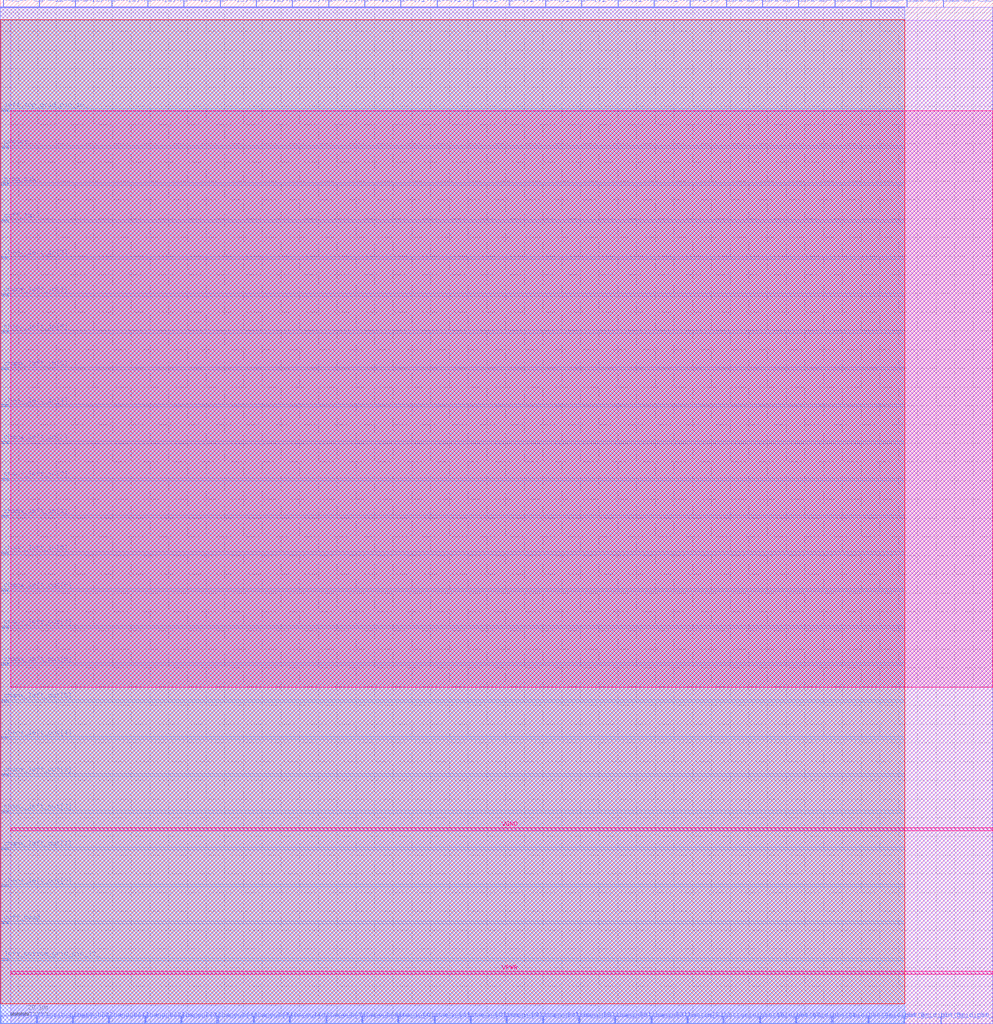
<source format=lef>
VERSION 5.7 ;
  NAMESCASESENSITIVE ON ;
  NOWIREEXTENSIONATPIN ON ;
  DIVIDERCHAR "/" ;
  BUSBITCHARS "[]" ;
UNITS
  DATABASE MICRONS 200 ;
END UNITS

MACRO sb_3__1_
  CLASS BLOCK ;
  FOREIGN sb_3__1_ ;
  ORIGIN 0.000 0.000 ;
  SIZE 530.570 BY 546.815 ;
  PIN left_bottom_grid_pin_12_
    DIRECTION INPUT ;
    PORT
      LAYER met3 ;
        RECT 0.000 34.040 4.000 34.640 ;
    END
  END left_bottom_grid_pin_12_
  PIN ccff_head
    DIRECTION INPUT ;
    PORT
      LAYER met3 ;
        RECT 0.000 53.760 4.000 54.360 ;
    END
  END ccff_head
  PIN chanx_left_out[0]
    DIRECTION OUTPUT TRISTATE ;
    PORT
      LAYER met3 ;
        RECT 0.000 73.480 4.000 74.080 ;
    END
  END chanx_left_out[0]
  PIN chanx_left_out[1]
    DIRECTION OUTPUT TRISTATE ;
    PORT
      LAYER met3 ;
        RECT 0.000 93.200 4.000 93.800 ;
    END
  END chanx_left_out[1]
  PIN chanx_left_out[2]
    DIRECTION OUTPUT TRISTATE ;
    PORT
      LAYER met3 ;
        RECT 0.000 112.920 4.000 113.520 ;
    END
  END chanx_left_out[2]
  PIN chanx_left_out[3]
    DIRECTION OUTPUT TRISTATE ;
    PORT
      LAYER met3 ;
        RECT 0.000 132.640 4.000 133.240 ;
    END
  END chanx_left_out[3]
  PIN chanx_left_out[4]
    DIRECTION OUTPUT TRISTATE ;
    PORT
      LAYER met3 ;
        RECT 0.000 152.360 4.000 152.960 ;
    END
  END chanx_left_out[4]
  PIN chanx_left_out[5]
    DIRECTION OUTPUT TRISTATE ;
    PORT
      LAYER met3 ;
        RECT 0.000 172.080 4.000 172.680 ;
    END
  END chanx_left_out[5]
  PIN chanx_left_out[6]
    DIRECTION OUTPUT TRISTATE ;
    PORT
      LAYER met3 ;
        RECT 0.000 191.800 4.000 192.400 ;
    END
  END chanx_left_out[6]
  PIN chanx_left_out[7]
    DIRECTION OUTPUT TRISTATE ;
    PORT
      LAYER met3 ;
        RECT 0.000 211.520 4.000 212.120 ;
    END
  END chanx_left_out[7]
  PIN chanx_left_out[8]
    DIRECTION OUTPUT TRISTATE ;
    PORT
      LAYER met3 ;
        RECT 0.000 231.240 4.000 231.840 ;
    END
  END chanx_left_out[8]
  PIN chanx_left_in[0]
    DIRECTION INPUT ;
    PORT
      LAYER met3 ;
        RECT 0.000 250.960 4.000 251.560 ;
    END
  END chanx_left_in[0]
  PIN chanx_left_in[1]
    DIRECTION INPUT ;
    PORT
      LAYER met3 ;
        RECT 0.000 270.680 4.000 271.280 ;
    END
  END chanx_left_in[1]
  PIN chanx_left_in[2]
    DIRECTION INPUT ;
    PORT
      LAYER met3 ;
        RECT 0.000 290.400 4.000 291.000 ;
    END
  END chanx_left_in[2]
  PIN chanx_left_in[3]
    DIRECTION INPUT ;
    PORT
      LAYER met3 ;
        RECT 0.000 310.120 4.000 310.720 ;
    END
  END chanx_left_in[3]
  PIN chanx_left_in[4]
    DIRECTION INPUT ;
    PORT
      LAYER met3 ;
        RECT 0.000 329.840 4.000 330.440 ;
    END
  END chanx_left_in[4]
  PIN chanx_left_in[5]
    DIRECTION INPUT ;
    PORT
      LAYER met3 ;
        RECT 0.000 349.560 4.000 350.160 ;
    END
  END chanx_left_in[5]
  PIN chanx_left_in[6]
    DIRECTION INPUT ;
    PORT
      LAYER met3 ;
        RECT 0.000 369.280 4.000 369.880 ;
    END
  END chanx_left_in[6]
  PIN chanx_left_in[7]
    DIRECTION INPUT ;
    PORT
      LAYER met3 ;
        RECT 0.000 389.000 4.000 389.600 ;
    END
  END chanx_left_in[7]
  PIN chanx_left_in[8]
    DIRECTION INPUT ;
    PORT
      LAYER met3 ;
        RECT 0.000 408.720 4.000 409.320 ;
    END
  END chanx_left_in[8]
  PIN ccff_tail
    DIRECTION OUTPUT TRISTATE ;
    PORT
      LAYER met3 ;
        RECT 0.000 428.440 4.000 429.040 ;
    END
  END ccff_tail
  PIN prog_clk
    DIRECTION INPUT ;
    PORT
      LAYER met3 ;
        RECT 0.000 448.160 4.000 448.760 ;
    END
  END prog_clk
  PIN pReset
    DIRECTION INPUT ;
    PORT
      LAYER met3 ;
        RECT 0.000 467.880 4.000 468.480 ;
    END
  END pReset
  PIN left_top_grid_pin_10_
    DIRECTION OUTPUT TRISTATE ;
    PORT
      LAYER met3 ;
        RECT 0.000 487.600 4.000 488.200 ;
    END
  END left_top_grid_pin_10_
  PIN top_left_grid_pin_13_
    DIRECTION INPUT ;
    PORT
      LAYER met2 ;
        RECT 1.470 542.815 1.750 546.815 ;
    END
  END top_left_grid_pin_13_
  PIN chany_top_out[0]
    DIRECTION OUTPUT TRISTATE ;
    PORT
      LAYER met2 ;
        RECT 20.790 542.815 21.070 546.815 ;
    END
  END chany_top_out[0]
  PIN chany_top_out[1]
    DIRECTION OUTPUT TRISTATE ;
    PORT
      LAYER met2 ;
        RECT 40.110 542.815 40.390 546.815 ;
    END
  END chany_top_out[1]
  PIN chany_top_out[2]
    DIRECTION OUTPUT TRISTATE ;
    PORT
      LAYER met2 ;
        RECT 59.430 542.815 59.710 546.815 ;
    END
  END chany_top_out[2]
  PIN chany_top_out[3]
    DIRECTION OUTPUT TRISTATE ;
    PORT
      LAYER met2 ;
        RECT 78.750 542.815 79.030 546.815 ;
    END
  END chany_top_out[3]
  PIN chany_top_out[4]
    DIRECTION OUTPUT TRISTATE ;
    PORT
      LAYER met2 ;
        RECT 98.070 542.815 98.350 546.815 ;
    END
  END chany_top_out[4]
  PIN chany_top_out[5]
    DIRECTION OUTPUT TRISTATE ;
    PORT
      LAYER met2 ;
        RECT 117.390 542.815 117.670 546.815 ;
    END
  END chany_top_out[5]
  PIN chany_top_out[6]
    DIRECTION OUTPUT TRISTATE ;
    PORT
      LAYER met2 ;
        RECT 136.710 542.815 136.990 546.815 ;
    END
  END chany_top_out[6]
  PIN chany_top_out[7]
    DIRECTION OUTPUT TRISTATE ;
    PORT
      LAYER met2 ;
        RECT 156.030 542.815 156.310 546.815 ;
    END
  END chany_top_out[7]
  PIN chany_top_out[8]
    DIRECTION OUTPUT TRISTATE ;
    PORT
      LAYER met2 ;
        RECT 175.350 542.815 175.630 546.815 ;
    END
  END chany_top_out[8]
  PIN chany_top_in[0]
    DIRECTION INPUT ;
    PORT
      LAYER met2 ;
        RECT 194.670 542.815 194.950 546.815 ;
    END
  END chany_top_in[0]
  PIN chany_top_in[1]
    DIRECTION INPUT ;
    PORT
      LAYER met2 ;
        RECT 213.990 542.815 214.270 546.815 ;
    END
  END chany_top_in[1]
  PIN chany_top_in[2]
    DIRECTION INPUT ;
    PORT
      LAYER met2 ;
        RECT 233.310 542.815 233.590 546.815 ;
    END
  END chany_top_in[2]
  PIN chany_top_in[3]
    DIRECTION INPUT ;
    PORT
      LAYER met2 ;
        RECT 252.630 542.815 252.910 546.815 ;
    END
  END chany_top_in[3]
  PIN chany_top_in[4]
    DIRECTION INPUT ;
    PORT
      LAYER met2 ;
        RECT 271.950 542.815 272.230 546.815 ;
    END
  END chany_top_in[4]
  PIN chany_top_in[5]
    DIRECTION INPUT ;
    PORT
      LAYER met2 ;
        RECT 291.270 542.815 291.550 546.815 ;
    END
  END chany_top_in[5]
  PIN chany_top_in[6]
    DIRECTION INPUT ;
    PORT
      LAYER met2 ;
        RECT 310.590 542.815 310.870 546.815 ;
    END
  END chany_top_in[6]
  PIN chany_top_in[7]
    DIRECTION INPUT ;
    PORT
      LAYER met2 ;
        RECT 329.910 542.815 330.190 546.815 ;
    END
  END chany_top_in[7]
  PIN chany_top_in[8]
    DIRECTION INPUT ;
    PORT
      LAYER met2 ;
        RECT 349.230 542.815 349.510 546.815 ;
    END
  END chany_top_in[8]
  PIN top_right_grid_pin_15_
    DIRECTION INPUT ;
    PORT
      LAYER met2 ;
        RECT 368.550 542.815 368.830 546.815 ;
    END
  END top_right_grid_pin_15_
  PIN top_right_grid_pin_13_
    DIRECTION INPUT ;
    PORT
      LAYER met2 ;
        RECT 387.870 542.815 388.150 546.815 ;
    END
  END top_right_grid_pin_13_
  PIN top_right_grid_pin_11_
    DIRECTION INPUT ;
    PORT
      LAYER met2 ;
        RECT 407.190 542.815 407.470 546.815 ;
    END
  END top_right_grid_pin_11_
  PIN top_right_grid_pin_9_
    DIRECTION INPUT ;
    PORT
      LAYER met2 ;
        RECT 426.510 542.815 426.790 546.815 ;
    END
  END top_right_grid_pin_9_
  PIN top_right_grid_pin_7_
    DIRECTION INPUT ;
    PORT
      LAYER met2 ;
        RECT 445.830 542.815 446.110 546.815 ;
    END
  END top_right_grid_pin_7_
  PIN top_right_grid_pin_5_
    DIRECTION INPUT ;
    PORT
      LAYER met2 ;
        RECT 465.150 542.815 465.430 546.815 ;
    END
  END top_right_grid_pin_5_
  PIN top_right_grid_pin_3_
    DIRECTION INPUT ;
    PORT
      LAYER met2 ;
        RECT 484.470 542.815 484.750 546.815 ;
    END
  END top_right_grid_pin_3_
  PIN top_right_grid_pin_1_
    DIRECTION INPUT ;
    PORT
      LAYER met2 ;
        RECT 503.790 542.815 504.070 546.815 ;
    END
  END top_right_grid_pin_1_
  PIN bottom_left_grid_pin_13_
    DIRECTION INPUT ;
    PORT
      LAYER met2 ;
        RECT 0.090 0.000 0.370 4.000 ;
    END
  END bottom_left_grid_pin_13_
  PIN chany_bottom_out[0]
    DIRECTION OUTPUT TRISTATE ;
    PORT
      LAYER met2 ;
        RECT 19.410 0.000 19.690 4.000 ;
    END
  END chany_bottom_out[0]
  PIN chany_bottom_out[1]
    DIRECTION OUTPUT TRISTATE ;
    PORT
      LAYER met2 ;
        RECT 38.730 0.000 39.010 4.000 ;
    END
  END chany_bottom_out[1]
  PIN chany_bottom_out[2]
    DIRECTION OUTPUT TRISTATE ;
    PORT
      LAYER met2 ;
        RECT 58.050 0.000 58.330 4.000 ;
    END
  END chany_bottom_out[2]
  PIN chany_bottom_out[3]
    DIRECTION OUTPUT TRISTATE ;
    PORT
      LAYER met2 ;
        RECT 77.370 0.000 77.650 4.000 ;
    END
  END chany_bottom_out[3]
  PIN chany_bottom_out[4]
    DIRECTION OUTPUT TRISTATE ;
    PORT
      LAYER met2 ;
        RECT 96.690 0.000 96.970 4.000 ;
    END
  END chany_bottom_out[4]
  PIN chany_bottom_out[5]
    DIRECTION OUTPUT TRISTATE ;
    PORT
      LAYER met2 ;
        RECT 116.010 0.000 116.290 4.000 ;
    END
  END chany_bottom_out[5]
  PIN chany_bottom_out[6]
    DIRECTION OUTPUT TRISTATE ;
    PORT
      LAYER met2 ;
        RECT 135.330 0.000 135.610 4.000 ;
    END
  END chany_bottom_out[6]
  PIN chany_bottom_out[7]
    DIRECTION OUTPUT TRISTATE ;
    PORT
      LAYER met2 ;
        RECT 154.650 0.000 154.930 4.000 ;
    END
  END chany_bottom_out[7]
  PIN chany_bottom_out[8]
    DIRECTION OUTPUT TRISTATE ;
    PORT
      LAYER met2 ;
        RECT 173.970 0.000 174.250 4.000 ;
    END
  END chany_bottom_out[8]
  PIN chany_bottom_in[0]
    DIRECTION INPUT ;
    PORT
      LAYER met2 ;
        RECT 193.290 0.000 193.570 4.000 ;
    END
  END chany_bottom_in[0]
  PIN chany_bottom_in[1]
    DIRECTION INPUT ;
    PORT
      LAYER met2 ;
        RECT 212.610 0.000 212.890 4.000 ;
    END
  END chany_bottom_in[1]
  PIN chany_bottom_in[2]
    DIRECTION INPUT ;
    PORT
      LAYER met2 ;
        RECT 231.930 0.000 232.210 4.000 ;
    END
  END chany_bottom_in[2]
  PIN chany_bottom_in[3]
    DIRECTION INPUT ;
    PORT
      LAYER met2 ;
        RECT 251.250 0.000 251.530 4.000 ;
    END
  END chany_bottom_in[3]
  PIN chany_bottom_in[4]
    DIRECTION INPUT ;
    PORT
      LAYER met2 ;
        RECT 270.570 0.000 270.850 4.000 ;
    END
  END chany_bottom_in[4]
  PIN chany_bottom_in[5]
    DIRECTION INPUT ;
    PORT
      LAYER met2 ;
        RECT 289.890 0.000 290.170 4.000 ;
    END
  END chany_bottom_in[5]
  PIN chany_bottom_in[6]
    DIRECTION INPUT ;
    PORT
      LAYER met2 ;
        RECT 309.210 0.000 309.490 4.000 ;
    END
  END chany_bottom_in[6]
  PIN chany_bottom_in[7]
    DIRECTION INPUT ;
    PORT
      LAYER met2 ;
        RECT 328.530 0.000 328.810 4.000 ;
    END
  END chany_bottom_in[7]
  PIN chany_bottom_in[8]
    DIRECTION INPUT ;
    PORT
      LAYER met2 ;
        RECT 347.850 0.000 348.130 4.000 ;
    END
  END chany_bottom_in[8]
  PIN bottom_right_grid_pin_15_
    DIRECTION INPUT ;
    PORT
      LAYER met2 ;
        RECT 367.170 0.000 367.450 4.000 ;
    END
  END bottom_right_grid_pin_15_
  PIN bottom_right_grid_pin_13_
    DIRECTION INPUT ;
    PORT
      LAYER met2 ;
        RECT 386.490 0.000 386.770 4.000 ;
    END
  END bottom_right_grid_pin_13_
  PIN bottom_right_grid_pin_11_
    DIRECTION INPUT ;
    PORT
      LAYER met2 ;
        RECT 405.810 0.000 406.090 4.000 ;
    END
  END bottom_right_grid_pin_11_
  PIN bottom_right_grid_pin_9_
    DIRECTION INPUT ;
    PORT
      LAYER met2 ;
        RECT 425.130 0.000 425.410 4.000 ;
    END
  END bottom_right_grid_pin_9_
  PIN bottom_right_grid_pin_7_
    DIRECTION INPUT ;
    PORT
      LAYER met2 ;
        RECT 444.450 0.000 444.730 4.000 ;
    END
  END bottom_right_grid_pin_7_
  PIN bottom_right_grid_pin_5_
    DIRECTION INPUT ;
    PORT
      LAYER met2 ;
        RECT 463.770 0.000 464.050 4.000 ;
    END
  END bottom_right_grid_pin_5_
  PIN bottom_right_grid_pin_3_
    DIRECTION INPUT ;
    PORT
      LAYER met2 ;
        RECT 483.090 0.000 483.370 4.000 ;
    END
  END bottom_right_grid_pin_3_
  PIN bottom_right_grid_pin_1_
    DIRECTION INPUT ;
    PORT
      LAYER met2 ;
        RECT 502.410 0.000 502.690 4.000 ;
    END
  END bottom_right_grid_pin_1_
  PIN VPWR
    DIRECTION INPUT ;
    USE POWER ;
    PORT
      LAYER met5 ;
        RECT 5.520 26.490 530.380 28.090 ;
    END
  END VPWR
  PIN VGND
    DIRECTION INPUT ;
    USE GROUND ;
    PORT
      LAYER met5 ;
        RECT 5.520 103.080 530.380 104.680 ;
    END
  END VGND
  OBS
      LAYER li1 ;
        RECT 5.520 0.085 530.380 535.925 ;
      LAYER met1 ;
        RECT 0.070 0.040 530.380 542.940 ;
      LAYER met2 ;
        RECT 0.090 542.535 1.190 543.050 ;
        RECT 2.030 542.535 20.510 543.050 ;
        RECT 21.350 542.535 39.830 543.050 ;
        RECT 40.670 542.535 59.150 543.050 ;
        RECT 59.990 542.535 78.470 543.050 ;
        RECT 79.310 542.535 97.790 543.050 ;
        RECT 98.630 542.535 117.110 543.050 ;
        RECT 117.950 542.535 136.430 543.050 ;
        RECT 137.270 542.535 155.750 543.050 ;
        RECT 156.590 542.535 175.070 543.050 ;
        RECT 175.910 542.535 194.390 543.050 ;
        RECT 195.230 542.535 213.710 543.050 ;
        RECT 214.550 542.535 233.030 543.050 ;
        RECT 233.870 542.535 252.350 543.050 ;
        RECT 253.190 542.535 271.670 543.050 ;
        RECT 272.510 542.535 290.990 543.050 ;
        RECT 291.830 542.535 310.310 543.050 ;
        RECT 311.150 542.535 329.630 543.050 ;
        RECT 330.470 542.535 348.950 543.050 ;
        RECT 349.790 542.535 368.270 543.050 ;
        RECT 369.110 542.535 387.590 543.050 ;
        RECT 388.430 542.535 406.910 543.050 ;
        RECT 407.750 542.535 426.230 543.050 ;
        RECT 427.070 542.535 445.550 543.050 ;
        RECT 446.390 542.535 464.870 543.050 ;
        RECT 465.710 542.535 483.380 543.050 ;
        RECT 0.090 4.280 483.380 542.535 ;
        RECT 0.650 0.010 19.130 4.280 ;
        RECT 19.970 0.010 38.450 4.280 ;
        RECT 39.290 0.010 57.770 4.280 ;
        RECT 58.610 0.010 77.090 4.280 ;
        RECT 77.930 0.010 96.410 4.280 ;
        RECT 97.250 0.010 115.730 4.280 ;
        RECT 116.570 0.010 135.050 4.280 ;
        RECT 135.890 0.010 154.370 4.280 ;
        RECT 155.210 0.010 173.690 4.280 ;
        RECT 174.530 0.010 193.010 4.280 ;
        RECT 193.850 0.010 212.330 4.280 ;
        RECT 213.170 0.010 231.650 4.280 ;
        RECT 232.490 0.010 250.970 4.280 ;
        RECT 251.810 0.010 270.290 4.280 ;
        RECT 271.130 0.010 289.610 4.280 ;
        RECT 290.450 0.010 308.930 4.280 ;
        RECT 309.770 0.010 328.250 4.280 ;
        RECT 329.090 0.010 347.570 4.280 ;
        RECT 348.410 0.010 366.890 4.280 ;
        RECT 367.730 0.010 386.210 4.280 ;
        RECT 387.050 0.010 405.530 4.280 ;
        RECT 406.370 0.010 424.850 4.280 ;
        RECT 425.690 0.010 444.170 4.280 ;
        RECT 445.010 0.010 463.490 4.280 ;
        RECT 464.330 0.010 482.810 4.280 ;
      LAYER met3 ;
        RECT 0.270 488.600 483.440 536.005 ;
        RECT 4.400 487.200 483.440 488.600 ;
        RECT 0.270 468.880 483.440 487.200 ;
        RECT 4.400 467.480 483.440 468.880 ;
        RECT 0.270 449.160 483.440 467.480 ;
        RECT 4.400 447.760 483.440 449.160 ;
        RECT 0.270 429.440 483.440 447.760 ;
        RECT 4.400 428.040 483.440 429.440 ;
        RECT 0.270 409.720 483.440 428.040 ;
        RECT 4.400 408.320 483.440 409.720 ;
        RECT 0.270 390.000 483.440 408.320 ;
        RECT 4.400 388.600 483.440 390.000 ;
        RECT 0.270 370.280 483.440 388.600 ;
        RECT 4.400 368.880 483.440 370.280 ;
        RECT 0.270 350.560 483.440 368.880 ;
        RECT 4.400 349.160 483.440 350.560 ;
        RECT 0.270 330.840 483.440 349.160 ;
        RECT 4.400 329.440 483.440 330.840 ;
        RECT 0.270 311.120 483.440 329.440 ;
        RECT 4.400 309.720 483.440 311.120 ;
        RECT 0.270 291.400 483.440 309.720 ;
        RECT 4.400 290.000 483.440 291.400 ;
        RECT 0.270 271.680 483.440 290.000 ;
        RECT 4.400 270.280 483.440 271.680 ;
        RECT 0.270 251.960 483.440 270.280 ;
        RECT 4.400 250.560 483.440 251.960 ;
        RECT 0.270 232.240 483.440 250.560 ;
        RECT 4.400 230.840 483.440 232.240 ;
        RECT 0.270 212.520 483.440 230.840 ;
        RECT 4.400 211.120 483.440 212.520 ;
        RECT 0.270 192.800 483.440 211.120 ;
        RECT 4.400 191.400 483.440 192.800 ;
        RECT 0.270 173.080 483.440 191.400 ;
        RECT 4.400 171.680 483.440 173.080 ;
        RECT 0.270 153.360 483.440 171.680 ;
        RECT 4.400 151.960 483.440 153.360 ;
        RECT 0.270 133.640 483.440 151.960 ;
        RECT 4.400 132.240 483.440 133.640 ;
        RECT 0.270 113.920 483.440 132.240 ;
        RECT 4.400 112.520 483.440 113.920 ;
        RECT 0.270 94.200 483.440 112.520 ;
        RECT 4.400 92.800 483.440 94.200 ;
        RECT 0.270 74.480 483.440 92.800 ;
        RECT 4.400 73.080 483.440 74.480 ;
        RECT 0.270 54.760 483.440 73.080 ;
        RECT 4.400 53.360 483.440 54.760 ;
        RECT 0.270 35.040 483.440 53.360 ;
        RECT 4.400 33.640 483.440 35.040 ;
        RECT 0.270 0.175 483.440 33.640 ;
      LAYER met4 ;
        RECT 0.295 10.640 483.440 536.080 ;
      LAYER met5 ;
        RECT 5.520 179.670 530.380 487.630 ;
  END
END sb_3__1_
END LIBRARY


</source>
